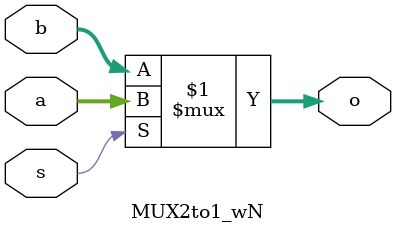
<source format=v>
`timescale 1ns / 1ps

module MUX2to1_wN #(parameter N = 4)(
    output [N-1:0] o,
    input [N-1:0] a, b,
    input s
);
    
    assign o = s ? a : b;

endmodule
</source>
